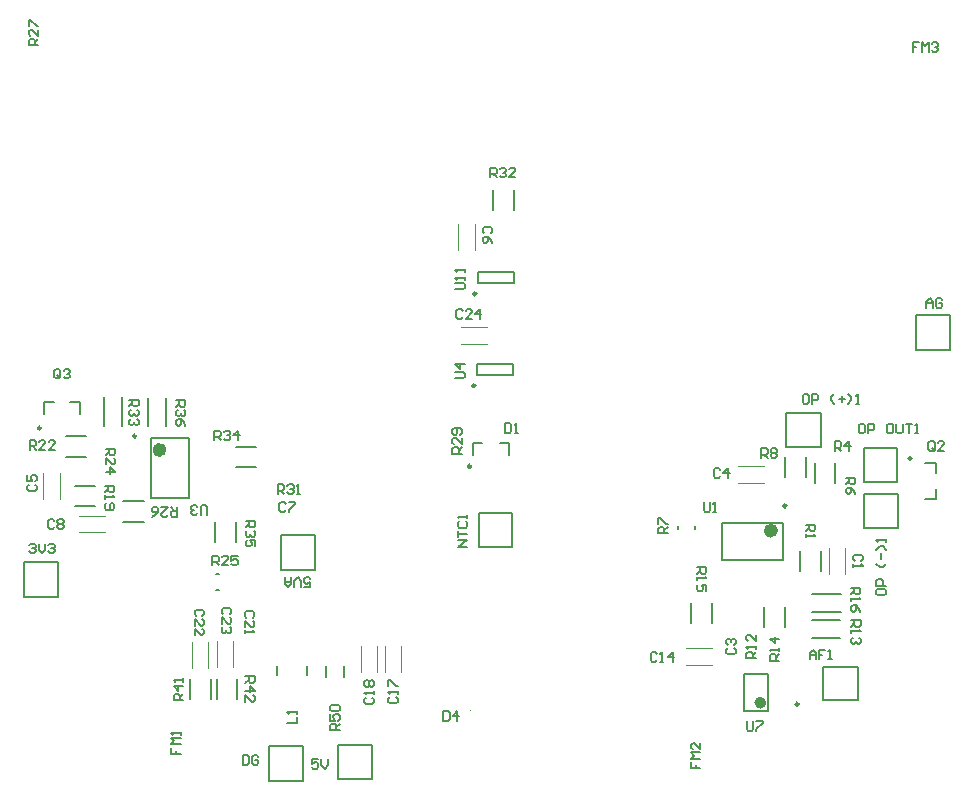
<source format=gto>
G04*
G04 #@! TF.GenerationSoftware,Altium Limited,Altium Designer,24.0.1 (36)*
G04*
G04 Layer_Color=65535*
%FSLAX44Y44*%
%MOMM*%
G71*
G04*
G04 #@! TF.SameCoordinates,3C6FB229-8EB3-43CD-B7CA-B0B301390D20*
G04*
G04*
G04 #@! TF.FilePolarity,Positive*
G04*
G01*
G75*
%ADD10C,0.2500*%
%ADD11C,0.6000*%
%ADD12C,0.1000*%
%ADD13C,0.5000*%
%ADD14C,0.2000*%
%ADD15C,0.1500*%
D10*
X123109Y308316D02*
G03*
X123109Y308316I-1250J0D01*
G01*
X673520Y249260D02*
G03*
X673520Y249260I-1250J0D01*
G01*
X683859Y81316D02*
G03*
X683859Y81316I-1250J0D01*
G01*
X411020Y428760D02*
G03*
X411020Y428760I-1250J0D01*
G01*
X779619Y289366D02*
G03*
X779619Y289366I-1250J0D01*
G01*
X406609Y282566D02*
G03*
X406609Y282566I-1250J0D01*
G01*
X42559Y315076D02*
G03*
X42559Y315076I-1250J0D01*
G01*
X410270Y351010D02*
G03*
X410270Y351010I-1250J0D01*
G01*
D11*
X145859Y296566D02*
G03*
X145859Y296566I-3000J0D01*
G01*
X663520Y228260D02*
G03*
X663520Y228260I-3000J0D01*
G01*
D12*
X406909Y76316D02*
G03*
X406909Y76316I-500J0D01*
G01*
X184333Y134316D02*
X184334Y112316D01*
X170333D02*
Y134316D01*
X347513Y130531D02*
X347513Y108531D01*
X333513D02*
Y130531D01*
X44359Y277316D02*
X44359Y255316D01*
X58359D02*
Y277316D01*
X709667Y213816D02*
X709667Y191816D01*
X723667D02*
Y213816D01*
X398270Y400260D02*
X420270Y400260D01*
X398270Y386260D02*
X420270D01*
X205359Y134816D02*
X205359Y112816D01*
X191359D02*
Y134816D01*
X327359Y130316D02*
X327359Y108316D01*
X313359D02*
Y130316D01*
X588399Y114586D02*
X610399Y114586D01*
X588399Y128586D02*
X610399D01*
X74859Y240816D02*
X96859Y240816D01*
X74859Y226816D02*
X96859D01*
X395859Y488066D02*
X395859Y466066D01*
X409859D02*
Y488066D01*
X632609Y282816D02*
X654609Y282816D01*
X632609Y268816D02*
X654609D01*
D13*
X654109Y82566D02*
G03*
X654109Y82566I-2500J0D01*
G01*
D14*
X190009Y218424D02*
Y235506D01*
X207591Y218424D02*
Y235506D01*
X207568Y281775D02*
X224650D01*
X207568Y299357D02*
X224650D01*
X63318Y308107D02*
X80400D01*
X63318Y290525D02*
X80400D01*
X71356Y248714D02*
X88439D01*
X71356Y266296D02*
X88439D01*
X593229Y150219D02*
Y167301D01*
X610811Y150219D02*
Y167301D01*
X654568Y146275D02*
Y163357D01*
X672150Y146275D02*
Y163357D01*
X715150Y268258D02*
Y285340D01*
X697568Y268258D02*
Y285340D01*
X702900Y194275D02*
Y211357D01*
X685318Y194275D02*
Y211357D01*
X208900Y85275D02*
Y102357D01*
X191318Y85275D02*
Y102357D01*
X186150Y85275D02*
Y102357D01*
X168568Y85275D02*
Y102357D01*
X425568Y499275D02*
Y516357D01*
X443150Y499275D02*
Y516357D01*
X112318Y235775D02*
X129400D01*
X112318Y253357D02*
X129400D01*
X672568Y273775D02*
Y290857D01*
X690150Y273775D02*
Y290857D01*
X673726Y327551D02*
X702935D01*
Y298848D02*
Y327551D01*
X673726Y298848D02*
X702935D01*
X673726D02*
Y327551D01*
X136119Y255566D02*
Y306566D01*
X167869Y255566D02*
Y306566D01*
X136119D02*
X167869D01*
X136119Y255566D02*
X167869D01*
X283609Y104316D02*
Y113316D01*
X299109Y104316D02*
Y113316D01*
X619520Y235000D02*
X670520D01*
X619520Y203250D02*
X670520D01*
Y235000D01*
X619520Y203250D02*
Y235000D01*
X658359Y75816D02*
Y106816D01*
X637359D02*
X658359D01*
X637359Y75816D02*
Y106816D01*
Y75816D02*
X658359D01*
X190859Y177816D02*
X193359D01*
X190859Y191816D02*
X193359D01*
X582109Y229566D02*
Y232066D01*
X596109Y229566D02*
Y232066D01*
X412270Y438010D02*
Y447010D01*
X443270Y438010D02*
Y447010D01*
X412270Y438010D02*
X443270D01*
X412270Y447010D02*
X443270D01*
X800609Y255316D02*
Y263316D01*
X790609Y255316D02*
X800609D01*
Y277316D02*
Y285316D01*
X790609D02*
X800609D01*
X267709Y106316D02*
Y113316D01*
X242509Y106316D02*
Y113316D01*
X236008Y45671D02*
X264710D01*
X236008Y16461D02*
Y45671D01*
Y16461D02*
X264710D01*
Y45671D01*
X408609Y292566D02*
Y302566D01*
X416359D01*
X438609Y292566D02*
Y302566D01*
X430859D02*
X438609D01*
X704754Y84465D02*
Y113167D01*
Y84465D02*
X733964D01*
Y113167D01*
X704754D02*
X733964D01*
X739258Y230211D02*
X767960D01*
Y259421D01*
X739258D02*
X767960D01*
X739258Y230211D02*
Y259421D01*
X738958Y269261D02*
X767660D01*
Y298471D01*
X738958D02*
X767660D01*
X738958Y269261D02*
Y298471D01*
X413008Y213961D02*
Y243171D01*
X441710D01*
Y213961D02*
Y243171D01*
X413008Y213961D02*
X441710D01*
X695429Y159196D02*
X719550D01*
X695429Y174436D02*
X719550D01*
X132989Y316624D02*
Y340746D01*
X148229Y316624D02*
Y340746D01*
X67359Y337316D02*
X75359D01*
Y327316D02*
Y337316D01*
X45359D02*
X53359D01*
X45359Y327316D02*
Y337316D01*
X695167Y152936D02*
X719289D01*
X695167Y137696D02*
X719289D01*
X95739Y316891D02*
Y341013D01*
X110979Y316891D02*
Y341013D01*
X411520Y360260D02*
Y369260D01*
X442520Y360260D02*
Y369260D01*
X411520Y360260D02*
X442520D01*
X411520Y369260D02*
X442520D01*
X28508Y172211D02*
X57210D01*
Y201421D01*
X28508D02*
X57210D01*
X28508Y172211D02*
Y201421D01*
X245508Y224171D02*
X274210D01*
X245508Y194961D02*
Y224171D01*
Y194961D02*
X274210D01*
Y224171D01*
X294008Y17711D02*
X322710D01*
Y46921D01*
X294008D02*
X322710D01*
X294008Y17711D02*
Y46921D01*
X783758Y381461D02*
X812460D01*
Y410671D01*
X783758D02*
X812460D01*
X783758Y381461D02*
Y410671D01*
D15*
X786027Y641564D02*
X780696D01*
Y637566D01*
X783361D01*
X780696D01*
Y633567D01*
X788693D02*
Y641564D01*
X791359Y638899D01*
X794025Y641564D01*
Y633567D01*
X796691Y640232D02*
X798023Y641564D01*
X800689D01*
X802022Y640232D01*
Y638899D01*
X800689Y637566D01*
X799356D01*
X800689D01*
X802022Y636233D01*
Y634900D01*
X800689Y633567D01*
X798023D01*
X796691Y634900D01*
X592860Y32484D02*
Y27153D01*
X596859D01*
Y29818D01*
Y27153D01*
X600858D01*
Y35150D02*
X592860D01*
X595526Y37816D01*
X592860Y40482D01*
X600858D01*
Y48479D02*
Y43147D01*
X595526Y48479D01*
X594193D01*
X592860Y47146D01*
Y44480D01*
X594193Y43147D01*
X152860Y44567D02*
Y39235D01*
X156859D01*
Y41901D01*
Y39235D01*
X160858D01*
Y47233D02*
X152860D01*
X155526Y49899D01*
X152860Y52564D01*
X160858D01*
Y55230D02*
Y57896D01*
Y56563D01*
X152860D01*
X154193Y55230D01*
X737025Y202566D02*
X738357Y203899D01*
Y206564D01*
X737025Y207897D01*
X731693D01*
X730360Y206564D01*
Y203899D01*
X731693Y202566D01*
X730360Y199900D02*
Y197234D01*
Y198567D01*
X738357D01*
X737025Y199900D01*
X383194Y75314D02*
Y67317D01*
X387193D01*
X388526Y68650D01*
Y73982D01*
X387193Y75314D01*
X383194D01*
X395191Y67317D02*
Y75314D01*
X391192Y71316D01*
X396523D01*
X213194Y38064D02*
Y30067D01*
X217193D01*
X218526Y31400D01*
Y36732D01*
X217193Y38064D01*
X213194D01*
X226523Y36732D02*
X225191Y38064D01*
X222525D01*
X221192Y36732D01*
Y31400D01*
X222525Y30067D01*
X225191D01*
X226523Y31400D01*
Y34066D01*
X223857D01*
X792194Y416817D02*
Y422149D01*
X794860Y424814D01*
X797526Y422149D01*
Y416817D01*
Y420816D01*
X792194D01*
X805523Y423482D02*
X804191Y424814D01*
X801525D01*
X800192Y423482D01*
Y418150D01*
X801525Y416817D01*
X804191D01*
X805523Y418150D01*
Y420816D01*
X802858D01*
X277276Y34815D02*
X271944D01*
Y30816D01*
X274610Y32149D01*
X275943D01*
X277276Y30816D01*
Y28150D01*
X275943Y26817D01*
X273277D01*
X271944Y28150D01*
X279942Y34815D02*
Y29483D01*
X282608Y26817D01*
X285273Y29483D01*
Y34815D01*
X265191Y180567D02*
X270522D01*
Y184566D01*
X267856Y183233D01*
X266523D01*
X265191Y184566D01*
Y187232D01*
X266523Y188564D01*
X269189D01*
X270522Y187232D01*
X262525Y180567D02*
Y185899D01*
X259859Y188564D01*
X257193Y185899D01*
Y180567D01*
X254527Y188564D02*
Y183233D01*
X251861Y180567D01*
X249196Y183233D01*
Y188564D01*
Y184566D01*
X254527D01*
X32696Y215982D02*
X34028Y217314D01*
X36694D01*
X38027Y215982D01*
Y214649D01*
X36694Y213316D01*
X35361D01*
X36694D01*
X38027Y211983D01*
Y210650D01*
X36694Y209317D01*
X34028D01*
X32696Y210650D01*
X40693Y217314D02*
Y211983D01*
X43359Y209317D01*
X46025Y211983D01*
Y217314D01*
X48691Y215982D02*
X50023Y217314D01*
X52689D01*
X54022Y215982D01*
Y214649D01*
X52689Y213316D01*
X51356D01*
X52689D01*
X54022Y211983D01*
Y210650D01*
X52689Y209317D01*
X50023D01*
X48691Y210650D01*
X393360Y432652D02*
X400025D01*
X401357Y433985D01*
Y436651D01*
X400025Y437984D01*
X393360D01*
X401357Y440649D02*
Y443315D01*
Y441982D01*
X393360D01*
X394693Y440649D01*
X401357Y447314D02*
Y449980D01*
Y448647D01*
X393360D01*
X394693Y447314D01*
X399527Y414482D02*
X398194Y415814D01*
X395528D01*
X394196Y414482D01*
Y409150D01*
X395528Y407817D01*
X398194D01*
X399527Y409150D01*
X407525Y407817D02*
X402193D01*
X407525Y413149D01*
Y414482D01*
X406192Y415814D01*
X403526D01*
X402193Y414482D01*
X414189Y407817D02*
Y415814D01*
X410190Y411816D01*
X415522D01*
X652444Y289817D02*
Y297814D01*
X656443D01*
X657776Y296482D01*
Y293816D01*
X656443Y292483D01*
X652444D01*
X655110D02*
X657776Y289817D01*
X660442Y296482D02*
X661775Y297814D01*
X664441D01*
X665773Y296482D01*
Y295149D01*
X664441Y293816D01*
X665773Y292483D01*
Y291150D01*
X664441Y289817D01*
X661775D01*
X660442Y291150D01*
Y292483D01*
X661775Y293816D01*
X660442Y295149D01*
Y296482D01*
X661775Y293816D02*
X664441D01*
X799276Y297150D02*
Y302482D01*
X797943Y303815D01*
X795277D01*
X793944Y302482D01*
Y297150D01*
X795277Y295817D01*
X797943D01*
X796610Y298483D02*
X799276Y295817D01*
X797943D02*
X799276Y297150D01*
X807273Y295817D02*
X801942D01*
X807273Y301149D01*
Y302482D01*
X805940Y303815D01*
X803275D01*
X801942Y302482D01*
X640194Y66814D02*
Y60150D01*
X641527Y58817D01*
X644193D01*
X645526Y60150D01*
Y66814D01*
X648192D02*
X653523D01*
Y65482D01*
X648192Y60150D01*
Y58817D01*
X393279Y357233D02*
X399943D01*
X401276Y358565D01*
Y361231D01*
X399943Y362564D01*
X393279D01*
X401276Y369229D02*
X393279D01*
X397278Y365230D01*
Y370561D01*
X183023Y241567D02*
Y248232D01*
X181690Y249564D01*
X179025D01*
X177692Y248232D01*
Y241567D01*
X175026Y242900D02*
X173693Y241567D01*
X171027D01*
X169694Y242900D01*
Y244233D01*
X171027Y245566D01*
X172360D01*
X171027D01*
X169694Y246899D01*
Y248232D01*
X171027Y249564D01*
X173693D01*
X175026Y248232D01*
X603777Y252314D02*
Y245650D01*
X605110Y244317D01*
X607776D01*
X609109Y245650D01*
Y252314D01*
X611775Y244317D02*
X614440D01*
X613108D01*
Y252314D01*
X611775Y250982D01*
X295357Y59402D02*
X287360D01*
Y63401D01*
X288693Y64734D01*
X291359D01*
X292692Y63401D01*
Y59402D01*
Y62068D02*
X295357Y64734D01*
X287360Y72732D02*
Y67400D01*
X291359D01*
X290026Y70066D01*
Y71399D01*
X291359Y72732D01*
X294025D01*
X295357Y71399D01*
Y68733D01*
X294025Y67400D01*
X288693Y75397D02*
X287360Y76730D01*
Y79396D01*
X288693Y80729D01*
X294025D01*
X295357Y79396D01*
Y76730D01*
X294025Y75397D01*
X288693D01*
X215610Y104729D02*
X223608D01*
Y100730D01*
X222275Y99397D01*
X219609D01*
X218276Y100730D01*
Y104729D01*
Y102063D02*
X215610Y99397D01*
Y92733D02*
X223608D01*
X219609Y96732D01*
Y91400D01*
X215610Y83403D02*
Y88734D01*
X220942Y83403D01*
X222275D01*
X223608Y84735D01*
Y87401D01*
X222275Y88734D01*
X162857Y84485D02*
X154860D01*
Y88484D01*
X156193Y89817D01*
X158859D01*
X160192Y88484D01*
Y84485D01*
Y87151D02*
X162857Y89817D01*
Y96482D02*
X154860D01*
X158859Y92483D01*
Y97814D01*
X162857Y100480D02*
Y103146D01*
Y101813D01*
X154860D01*
X156193Y100480D01*
X215860Y236229D02*
X223858D01*
Y232230D01*
X222525Y230897D01*
X219859D01*
X218526Y232230D01*
Y236229D01*
Y233563D02*
X215860Y230897D01*
X222525Y228232D02*
X223858Y226899D01*
Y224233D01*
X222525Y222900D01*
X221192D01*
X219859Y224233D01*
Y225566D01*
Y224233D01*
X218526Y222900D01*
X217193D01*
X215860Y224233D01*
Y226899D01*
X217193Y228232D01*
X223858Y214902D02*
Y220234D01*
X219859D01*
X221192Y217568D01*
Y216235D01*
X219859Y214902D01*
X217193D01*
X215860Y216235D01*
Y218901D01*
X217193Y220234D01*
X189446Y304817D02*
Y312814D01*
X193444D01*
X194777Y311481D01*
Y308816D01*
X193444Y307483D01*
X189446D01*
X192111D02*
X194777Y304817D01*
X197443Y311481D02*
X198776Y312814D01*
X201442D01*
X202775Y311481D01*
Y310149D01*
X201442Y308816D01*
X200109D01*
X201442D01*
X202775Y307483D01*
Y306150D01*
X201442Y304817D01*
X198776D01*
X197443Y306150D01*
X209439Y304817D02*
Y312814D01*
X205441Y308816D01*
X210772D01*
X117360Y338746D02*
X125358D01*
Y334747D01*
X124025Y333414D01*
X121359D01*
X120026Y334747D01*
Y338746D01*
Y336080D02*
X117360Y333414D01*
X124025Y330749D02*
X125358Y329416D01*
Y326750D01*
X124025Y325417D01*
X122692D01*
X121359Y326750D01*
Y328083D01*
Y326750D01*
X120026Y325417D01*
X118693D01*
X117360Y326750D01*
Y329416D01*
X118693Y330749D01*
X124025Y322751D02*
X125358Y321418D01*
Y318752D01*
X124025Y317419D01*
X122692D01*
X121359Y318752D01*
Y320085D01*
Y318752D01*
X120026Y317419D01*
X118693D01*
X117360Y318752D01*
Y321418D01*
X118693Y322751D01*
X422946Y527317D02*
Y535314D01*
X426944D01*
X428277Y533982D01*
Y531316D01*
X426944Y529983D01*
X422946D01*
X425611D02*
X428277Y527317D01*
X430943Y533982D02*
X432276Y535314D01*
X434942D01*
X436275Y533982D01*
Y532649D01*
X434942Y531316D01*
X433609D01*
X434942D01*
X436275Y529983D01*
Y528650D01*
X434942Y527317D01*
X432276D01*
X430943Y528650D01*
X444272Y527317D02*
X438940D01*
X444272Y532649D01*
Y533982D01*
X442939Y535314D01*
X440273D01*
X438940Y533982D01*
X243029Y259317D02*
Y267314D01*
X247027D01*
X248360Y265982D01*
Y263316D01*
X247027Y261983D01*
X243029D01*
X245694D02*
X248360Y259317D01*
X251026Y265982D02*
X252359Y267314D01*
X255025D01*
X256358Y265982D01*
Y264649D01*
X255025Y263316D01*
X253692D01*
X255025D01*
X256358Y261983D01*
Y260650D01*
X255025Y259317D01*
X252359D01*
X251026Y260650D01*
X259023Y259317D02*
X261689D01*
X260356D01*
Y267314D01*
X259023Y265982D01*
X398857Y293403D02*
X390860D01*
Y297401D01*
X392193Y298734D01*
X394859D01*
X396192Y297401D01*
Y293403D01*
Y296068D02*
X398857Y298734D01*
Y306731D02*
Y301400D01*
X393526Y306731D01*
X392193D01*
X390860Y305399D01*
Y302733D01*
X392193Y301400D01*
X397525Y309397D02*
X398857Y310730D01*
Y313396D01*
X397525Y314729D01*
X392193D01*
X390860Y313396D01*
Y310730D01*
X392193Y309397D01*
X393526D01*
X394859Y310730D01*
Y314729D01*
X157772Y247814D02*
Y239817D01*
X153773D01*
X152441Y241150D01*
Y243816D01*
X153773Y245149D01*
X157772D01*
X155106D02*
X152441Y247814D01*
X144443D02*
X149775D01*
X144443Y242483D01*
Y241150D01*
X145776Y239817D01*
X148442D01*
X149775Y241150D01*
X136446Y239817D02*
X139111Y241150D01*
X141777Y243816D01*
Y246481D01*
X140444Y247814D01*
X137779D01*
X136446Y246481D01*
Y245149D01*
X137779Y243816D01*
X141777D01*
X187696Y198817D02*
Y206814D01*
X191694D01*
X193027Y205482D01*
Y202816D01*
X191694Y201483D01*
X187696D01*
X190361D02*
X193027Y198817D01*
X201025D02*
X195693D01*
X201025Y204149D01*
Y205482D01*
X199692Y206814D01*
X197026D01*
X195693Y205482D01*
X209022Y206814D02*
X203690D01*
Y202816D01*
X206356Y204149D01*
X207689D01*
X209022Y202816D01*
Y200150D01*
X207689Y198817D01*
X205023D01*
X203690Y200150D01*
X97360Y297729D02*
X105358D01*
Y293730D01*
X104025Y292397D01*
X101359D01*
X100026Y293730D01*
Y297729D01*
Y295063D02*
X97360Y292397D01*
Y284400D02*
Y289732D01*
X102692Y284400D01*
X104025D01*
X105358Y285733D01*
Y288399D01*
X104025Y289732D01*
X97360Y277735D02*
X105358D01*
X101359Y281734D01*
Y276402D01*
X597860Y197062D02*
X605858D01*
Y193064D01*
X604525Y191731D01*
X601859D01*
X600526Y193064D01*
Y197062D01*
Y194397D02*
X597860Y191731D01*
Y189065D02*
Y186399D01*
Y187732D01*
X605858D01*
X604525Y189065D01*
X605858Y177069D02*
Y182400D01*
X601859D01*
X603192Y179735D01*
Y178402D01*
X601859Y177069D01*
X599193D01*
X597860Y178402D01*
Y181068D01*
X599193Y182400D01*
X667607Y118069D02*
X659610D01*
Y122068D01*
X660943Y123401D01*
X663609D01*
X664942Y122068D01*
Y118069D01*
Y120735D02*
X667607Y123401D01*
Y126066D02*
Y128732D01*
Y127399D01*
X659610D01*
X660943Y126066D01*
X667607Y136730D02*
X659610D01*
X663609Y132731D01*
Y138062D01*
X728610Y152312D02*
X736608D01*
Y148314D01*
X735275Y146981D01*
X732609D01*
X731276Y148314D01*
Y152312D01*
Y149647D02*
X728610Y146981D01*
Y144315D02*
Y141649D01*
Y142982D01*
X736608D01*
X735275Y144315D01*
Y137650D02*
X736608Y136318D01*
Y133652D01*
X735275Y132319D01*
X733942D01*
X732609Y133652D01*
Y134985D01*
Y133652D01*
X731276Y132319D01*
X729943D01*
X728610Y133652D01*
Y136318D01*
X729943Y137650D01*
X647858Y120069D02*
X639860D01*
Y124068D01*
X641193Y125401D01*
X643859D01*
X645192Y124068D01*
Y120069D01*
Y122735D02*
X647858Y125401D01*
Y128066D02*
Y130732D01*
Y129399D01*
X639860D01*
X641193Y128066D01*
X647858Y140063D02*
Y134731D01*
X642526Y140063D01*
X641193D01*
X639860Y138730D01*
Y136064D01*
X641193Y134731D01*
X573107Y225901D02*
X565110D01*
Y229900D01*
X566443Y231233D01*
X569109D01*
X570442Y229900D01*
Y225901D01*
Y228567D02*
X573107Y231233D01*
X565110Y233899D02*
Y239230D01*
X566443D01*
X571775Y233899D01*
X573107D01*
X724110Y272730D02*
X732108D01*
Y268731D01*
X730775Y267399D01*
X728109D01*
X726776Y268731D01*
Y272730D01*
Y270064D02*
X724110Y267399D01*
X732108Y259401D02*
X730775Y262067D01*
X728109Y264733D01*
X725443D01*
X724110Y263400D01*
Y260734D01*
X725443Y259401D01*
X726776D01*
X728109Y260734D01*
Y264733D01*
X714694Y295817D02*
Y303815D01*
X718693D01*
X720026Y302482D01*
Y299816D01*
X718693Y298483D01*
X714694D01*
X717360D02*
X720026Y295817D01*
X726691D02*
Y303815D01*
X722692Y299816D01*
X728023D01*
X59026Y358400D02*
Y363732D01*
X57693Y365064D01*
X55027D01*
X53694Y363732D01*
Y358400D01*
X55027Y357067D01*
X57693D01*
X56360Y359733D02*
X59026Y357067D01*
X57693D02*
X59026Y358400D01*
X61692Y363732D02*
X63025Y365064D01*
X65690D01*
X67023Y363732D01*
Y362399D01*
X65690Y361066D01*
X64358D01*
X65690D01*
X67023Y359733D01*
Y358400D01*
X65690Y357067D01*
X63025D01*
X61692Y358400D01*
X251110Y65234D02*
X259107D01*
Y70566D01*
Y73232D02*
Y75897D01*
Y74564D01*
X251110D01*
X252443Y73232D01*
X435527Y319064D02*
Y311067D01*
X439526D01*
X440859Y312400D01*
Y317731D01*
X439526Y319064D01*
X435527D01*
X443525Y311067D02*
X446190D01*
X444858D01*
Y319064D01*
X443525Y317731D01*
X202275Y157397D02*
X203608Y158730D01*
Y161396D01*
X202275Y162729D01*
X196943D01*
X195610Y161396D01*
Y158730D01*
X196943Y157397D01*
X195610Y149400D02*
Y154732D01*
X200942Y149400D01*
X202275D01*
X203608Y150733D01*
Y153399D01*
X202275Y154732D01*
Y146734D02*
X203608Y145401D01*
Y142735D01*
X202275Y141403D01*
X200942D01*
X199609Y142735D01*
Y144068D01*
Y142735D01*
X198276Y141403D01*
X196943D01*
X195610Y142735D01*
Y145401D01*
X196943Y146734D01*
X179249Y155897D02*
X180582Y157230D01*
Y159896D01*
X179249Y161229D01*
X173918D01*
X172585Y159896D01*
Y157230D01*
X173918Y155897D01*
X172585Y147900D02*
Y153231D01*
X177916Y147900D01*
X179249D01*
X180582Y149233D01*
Y151899D01*
X179249Y153231D01*
X172585Y139902D02*
Y145234D01*
X177916Y139902D01*
X179249D01*
X180582Y141235D01*
Y143901D01*
X179249Y145234D01*
X221775Y154564D02*
X223108Y155897D01*
Y158563D01*
X221775Y159896D01*
X216443D01*
X215110Y158563D01*
Y155897D01*
X216443Y154564D01*
X215110Y146567D02*
Y151899D01*
X220442Y146567D01*
X221775D01*
X223108Y147900D01*
Y150566D01*
X221775Y151899D01*
X215110Y143901D02*
Y141235D01*
Y142568D01*
X223108D01*
X221775Y143901D01*
X317683Y86885D02*
X316350Y85552D01*
Y82886D01*
X317683Y81553D01*
X323015D01*
X324347Y82886D01*
Y85552D01*
X323015Y86885D01*
X324347Y89550D02*
Y92216D01*
Y90883D01*
X316350D01*
X317683Y89550D01*
Y96215D02*
X316350Y97548D01*
Y100214D01*
X317683Y101546D01*
X319016D01*
X320349Y100214D01*
X321682Y101546D01*
X323015D01*
X324347Y100214D01*
Y97548D01*
X323015Y96215D01*
X321682D01*
X320349Y97548D01*
X319016Y96215D01*
X317683D01*
X320349Y97548D02*
Y100214D01*
X337847Y87366D02*
X336514Y86033D01*
Y83368D01*
X337847Y82035D01*
X343179D01*
X344512Y83368D01*
Y86033D01*
X343179Y87366D01*
X344512Y90032D02*
Y92698D01*
Y91365D01*
X336514D01*
X337847Y90032D01*
X336514Y96697D02*
Y102028D01*
X337847D01*
X343179Y96697D01*
X344512D01*
X53776Y236481D02*
X52443Y237814D01*
X49777D01*
X48444Y236481D01*
Y231150D01*
X49777Y229817D01*
X52443D01*
X53776Y231150D01*
X56442Y236481D02*
X57775Y237814D01*
X60441D01*
X61773Y236481D01*
Y235149D01*
X60441Y233816D01*
X61773Y232483D01*
Y231150D01*
X60441Y229817D01*
X57775D01*
X56442Y231150D01*
Y232483D01*
X57775Y233816D01*
X56442Y235149D01*
Y236481D01*
X57775Y233816D02*
X60441D01*
X249776Y250732D02*
X248443Y252064D01*
X245777D01*
X244444Y250732D01*
Y245400D01*
X245777Y244067D01*
X248443D01*
X249776Y245400D01*
X252442Y252064D02*
X257773D01*
Y250732D01*
X252442Y245400D01*
Y244067D01*
X423275Y479899D02*
X424608Y481231D01*
Y483897D01*
X423275Y485230D01*
X417943D01*
X416610Y483897D01*
Y481231D01*
X417943Y479899D01*
X424608Y471901D02*
X423275Y474567D01*
X420609Y477233D01*
X417943D01*
X416610Y475900D01*
Y473234D01*
X417943Y471901D01*
X419276D01*
X420609Y473234D01*
Y477233D01*
X32443Y267233D02*
X31110Y265900D01*
Y263234D01*
X32443Y261901D01*
X37775D01*
X39107Y263234D01*
Y265900D01*
X37775Y267233D01*
X31110Y275230D02*
Y269899D01*
X35109D01*
X33776Y272565D01*
Y273897D01*
X35109Y275230D01*
X37775D01*
X39107Y273897D01*
Y271232D01*
X37775Y269899D01*
X617526Y279732D02*
X616193Y281064D01*
X613527D01*
X612194Y279732D01*
Y274400D01*
X613527Y273067D01*
X616193D01*
X617526Y274400D01*
X624190Y273067D02*
Y281064D01*
X620192Y277066D01*
X625523D01*
X623943Y128733D02*
X622610Y127400D01*
Y124734D01*
X623943Y123401D01*
X629275D01*
X630607Y124734D01*
Y127400D01*
X629275Y128733D01*
X623943Y131399D02*
X622610Y132732D01*
Y135397D01*
X623943Y136730D01*
X625276D01*
X626609Y135397D01*
Y134065D01*
Y135397D01*
X627942Y136730D01*
X629275D01*
X630607Y135397D01*
Y132732D01*
X629275Y131399D01*
X156860Y338479D02*
X164858D01*
Y334480D01*
X163525Y333147D01*
X160859D01*
X159526Y334480D01*
Y338479D01*
Y335813D02*
X156860Y333147D01*
X163525Y330481D02*
X164858Y329149D01*
Y326483D01*
X163525Y325150D01*
X162192D01*
X160859Y326483D01*
Y327816D01*
Y326483D01*
X159526Y325150D01*
X158193D01*
X156860Y326483D01*
Y329149D01*
X158193Y330481D01*
X164858Y317153D02*
X163525Y319818D01*
X160859Y322484D01*
X158193D01*
X156860Y321151D01*
Y318485D01*
X158193Y317153D01*
X159526D01*
X160859Y318485D01*
Y322484D01*
X32946Y296817D02*
Y304814D01*
X36944D01*
X38277Y303482D01*
Y300816D01*
X36944Y299483D01*
X32946D01*
X35611D02*
X38277Y296817D01*
X46275D02*
X40943D01*
X46275Y302149D01*
Y303482D01*
X44942Y304814D01*
X42276D01*
X40943Y303482D01*
X54272Y296817D02*
X48941D01*
X54272Y302149D01*
Y303482D01*
X52939Y304814D01*
X50273D01*
X48941Y303482D01*
X96649Y266002D02*
X104646D01*
Y262003D01*
X103313Y260670D01*
X100647D01*
X99315Y262003D01*
Y266002D01*
Y263336D02*
X96649Y260670D01*
Y258004D02*
Y255338D01*
Y256671D01*
X104646D01*
X103313Y258004D01*
X97982Y251340D02*
X96649Y250007D01*
Y247341D01*
X97982Y246008D01*
X103313D01*
X104646Y247341D01*
Y250007D01*
X103313Y251340D01*
X101980D01*
X100647Y250007D01*
Y246008D01*
X728360Y179562D02*
X736358D01*
Y175564D01*
X735025Y174231D01*
X732359D01*
X731026Y175564D01*
Y179562D01*
Y176897D02*
X728360Y174231D01*
Y171565D02*
Y168899D01*
Y170232D01*
X736358D01*
X735025Y171565D01*
X736358Y159569D02*
X735025Y162235D01*
X732359Y164901D01*
X729693D01*
X728360Y163568D01*
Y160902D01*
X729693Y159569D01*
X731026D01*
X732359Y160902D01*
Y164901D01*
X690110Y233380D02*
X698108D01*
Y229382D01*
X696775Y228049D01*
X694109D01*
X692776Y229382D01*
Y233380D01*
Y230714D02*
X690110Y228049D01*
Y225383D02*
Y222717D01*
Y224050D01*
X698108D01*
X696775Y225383D01*
X403358Y214737D02*
X395360D01*
X403358Y220068D01*
X395360D01*
Y222734D02*
Y228066D01*
Y225400D01*
X403358D01*
X396693Y236063D02*
X395360Y234730D01*
Y232064D01*
X396693Y230732D01*
X402025D01*
X403358Y232064D01*
Y234730D01*
X402025Y236063D01*
X403358Y238729D02*
Y241395D01*
Y240062D01*
X395360D01*
X396693Y238729D01*
X563944Y123982D02*
X562611Y125315D01*
X559945D01*
X558612Y123982D01*
Y118650D01*
X559945Y117317D01*
X562611D01*
X563944Y118650D01*
X566609Y117317D02*
X569275D01*
X567942D01*
Y125315D01*
X566609Y123982D01*
X577273Y117317D02*
Y125315D01*
X573274Y121316D01*
X578606D01*
X40256Y639097D02*
X32259D01*
Y643095D01*
X33591Y644428D01*
X36257D01*
X37590Y643095D01*
Y639097D01*
Y641762D02*
X40256Y644428D01*
Y652426D02*
Y647094D01*
X34924Y652426D01*
X33591D01*
X32259Y651093D01*
Y648427D01*
X33591Y647094D01*
X32259Y655092D02*
Y660423D01*
X33591D01*
X38923Y655092D01*
X40256D01*
X738732Y318614D02*
X736067D01*
X734734Y317281D01*
Y311950D01*
X736067Y310617D01*
X738732D01*
X740065Y311950D01*
Y317281D01*
X738732Y318614D01*
X742731Y310617D02*
Y318614D01*
X746730D01*
X748063Y317281D01*
Y314616D01*
X746730Y313283D01*
X742731D01*
X762725Y318614D02*
X760059D01*
X758726Y317281D01*
Y311950D01*
X760059Y310617D01*
X762725D01*
X764058Y311950D01*
Y317281D01*
X762725Y318614D01*
X766723D02*
Y311950D01*
X768056Y310617D01*
X770722D01*
X772055Y311950D01*
Y318614D01*
X774721D02*
X780052D01*
X777387D01*
Y310617D01*
X782718D02*
X785384D01*
X784051D01*
Y318614D01*
X782718Y317281D01*
X749860Y177572D02*
Y174906D01*
X751193Y173573D01*
X756525D01*
X757858Y174906D01*
Y177572D01*
X756525Y178905D01*
X751193D01*
X749860Y177572D01*
X757858Y181571D02*
X749860D01*
Y185570D01*
X751193Y186903D01*
X753859D01*
X755192Y185570D01*
Y181571D01*
X757858Y200231D02*
X755192Y197566D01*
X752526D01*
X749860Y200231D01*
X753859Y204230D02*
Y209562D01*
X757858Y212228D02*
X755192Y214893D01*
X752526D01*
X749860Y212228D01*
X757858Y218892D02*
Y221558D01*
Y220225D01*
X749860D01*
X751193Y218892D01*
X691365Y343815D02*
X688699D01*
X687367Y342482D01*
Y337150D01*
X688699Y335817D01*
X691365D01*
X692698Y337150D01*
Y342482D01*
X691365Y343815D01*
X695364Y335817D02*
Y343815D01*
X699363D01*
X700696Y342482D01*
Y339816D01*
X699363Y338483D01*
X695364D01*
X714025Y335817D02*
X711359Y338483D01*
Y341149D01*
X714025Y343815D01*
X718023Y339816D02*
X723355D01*
X720689Y342482D02*
Y337150D01*
X726021Y335817D02*
X728687Y338483D01*
Y341149D01*
X726021Y343815D01*
X732685Y335817D02*
X735351D01*
X734018D01*
Y343815D01*
X732685Y342482D01*
X693279Y119317D02*
Y124649D01*
X695944Y127315D01*
X698610Y124649D01*
Y119317D01*
Y123316D01*
X693279D01*
X706608Y127315D02*
X701276D01*
Y123316D01*
X703942D01*
X701276D01*
Y119317D01*
X709273D02*
X711939D01*
X710606D01*
Y127315D01*
X709273Y125982D01*
M02*

</source>
